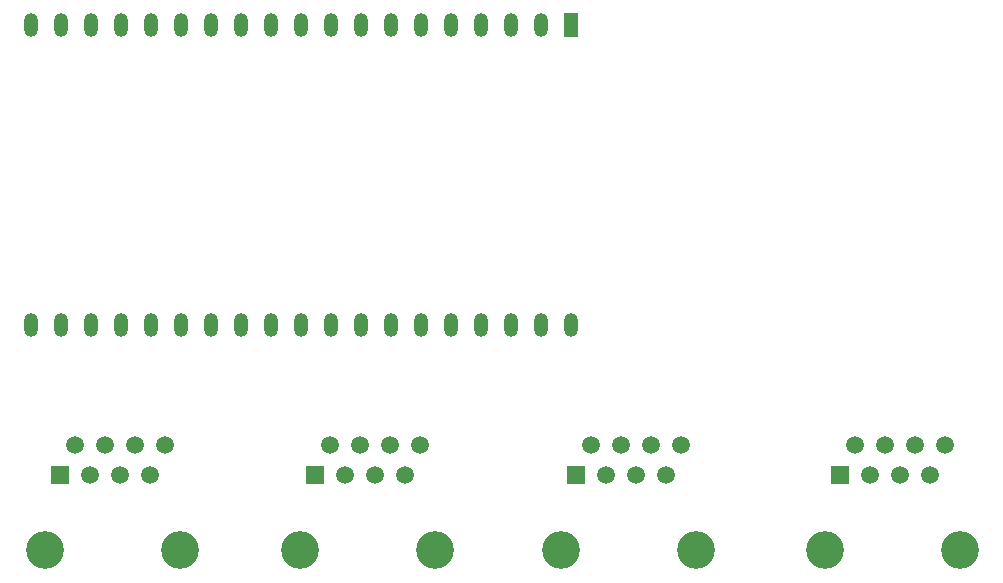
<source format=gbr>
%TF.GenerationSoftware,KiCad,Pcbnew,7.0.9*%
%TF.CreationDate,2023-11-22T14:24:46-05:00*%
%TF.ProjectId,Esp Controller,45737020-436f-46e7-9472-6f6c6c65722e,rev?*%
%TF.SameCoordinates,Original*%
%TF.FileFunction,Soldermask,Top*%
%TF.FilePolarity,Negative*%
%FSLAX46Y46*%
G04 Gerber Fmt 4.6, Leading zero omitted, Abs format (unit mm)*
G04 Created by KiCad (PCBNEW 7.0.9) date 2023-11-22 14:24:46*
%MOMM*%
%LPD*%
G01*
G04 APERTURE LIST*
%ADD10R,1.200000X2.000000*%
%ADD11O,1.200000X2.000000*%
%ADD12C,1.500000*%
%ADD13R,1.500000X1.500000*%
%ADD14C,3.200000*%
G04 APERTURE END LIST*
D10*
%TO.C,U2*%
X141823440Y-53340000D03*
D11*
X139283440Y-53340000D03*
X136743440Y-53340000D03*
X134203440Y-53340000D03*
X131663440Y-53340000D03*
X129123440Y-53340000D03*
X126583440Y-53340000D03*
X124043440Y-53340000D03*
X121503440Y-53340000D03*
X118963440Y-53340000D03*
X116423440Y-53340000D03*
X113883440Y-53340000D03*
X111343440Y-53340000D03*
X108803440Y-53340000D03*
X106263440Y-53340000D03*
X103723440Y-53340000D03*
X101183440Y-53340000D03*
X98643440Y-53340000D03*
X96103440Y-53340000D03*
X96106160Y-78736320D03*
X98646160Y-78736320D03*
X101183440Y-78740000D03*
X103723440Y-78740000D03*
X106263440Y-78740000D03*
X108803440Y-78740000D03*
X111343440Y-78740000D03*
X113883440Y-78740000D03*
X116423440Y-78740000D03*
X118963440Y-78740000D03*
X121503440Y-78740000D03*
X124043440Y-78740000D03*
X126583440Y-78740000D03*
X129123440Y-78740000D03*
X131663440Y-78740000D03*
X134203440Y-78740000D03*
X136743440Y-78740000D03*
X139283440Y-78740000D03*
X141823440Y-78740000D03*
%TD*%
D12*
%TO.C,J1*%
X107477500Y-88880000D03*
X106207500Y-91420000D03*
X104937500Y-88880000D03*
X103667500Y-91420000D03*
X102397500Y-88880000D03*
X101127500Y-91420000D03*
X99857500Y-88880000D03*
D13*
X98587500Y-91420000D03*
D14*
X97317500Y-97770000D03*
X108747500Y-97770000D03*
%TD*%
D12*
%TO.C,J2*%
X151130000Y-88900000D03*
X149860000Y-91440000D03*
X148590000Y-88900000D03*
X147320000Y-91440000D03*
X146050000Y-88900000D03*
X144780000Y-91440000D03*
X143510000Y-88900000D03*
D13*
X142240000Y-91440000D03*
D14*
X140970000Y-97790000D03*
X152400000Y-97790000D03*
%TD*%
D12*
%TO.C,J3*%
X129067500Y-88880000D03*
X127797500Y-91420000D03*
X126527500Y-88880000D03*
X125257500Y-91420000D03*
X123987500Y-88880000D03*
X122717500Y-91420000D03*
X121447500Y-88880000D03*
D13*
X120177500Y-91420000D03*
D14*
X118907500Y-97770000D03*
X130337500Y-97770000D03*
%TD*%
D12*
%TO.C,J4*%
X173517500Y-88880000D03*
X172247500Y-91420000D03*
X170977500Y-88880000D03*
X169707500Y-91420000D03*
X168437500Y-88880000D03*
X167167500Y-91420000D03*
X165897500Y-88880000D03*
D13*
X164627500Y-91420000D03*
D14*
X163357500Y-97770000D03*
X174787500Y-97770000D03*
%TD*%
M02*

</source>
